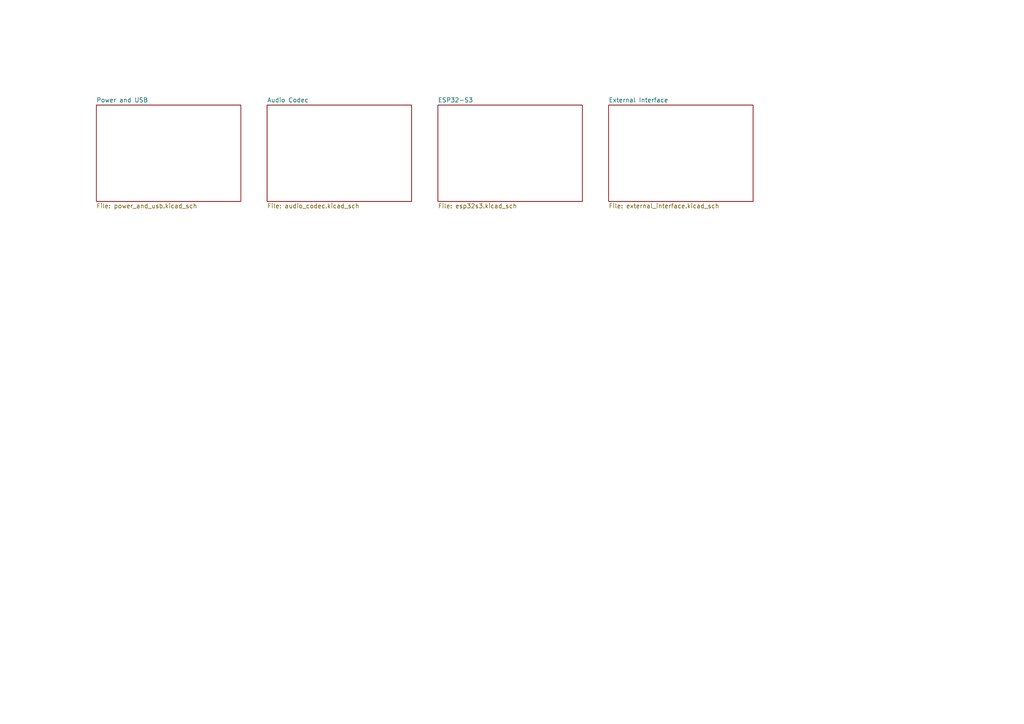
<source format=kicad_sch>
(kicad_sch (version 20211123) (generator eeschema)
  (paper "A4")
  (title_block (title "ezDV") (date "2022-10-01") (rev "v0.5") (company "FreeDV Project"))
  (lib_symbols)
  (sheet (at 77.47 30.48) (size 41.91 27.94) (stroke (width 0.1524))
    (property "Sheet name" "Audio Codec" (at 77.47 29.7684 0) (effects (justify left bottom)))
    (property "Sheet file" "audio_codec.kicad_sch" (at 77.47 59.0046 0) (effects (justify left top)))
  )
  (sheet (at 176.53 30.48) (size 41.91 27.94) (stroke (width 0.1524))
    (property "Sheet name" "External Interface" (at 176.53 29.7684 0) (effects (justify left bottom)))
    (property "Sheet file" "external_interface.kicad_sch" (at 176.53 59.0046 0) (effects (justify left top)))
  )
  (sheet (at 127 30.48) (size 41.91 27.94) (stroke (width 0.1524))
    (property "Sheet name" "ESP32-S3" (at 127 29.7684 0) (effects (justify left bottom)))
    (property "Sheet file" "esp32s3.kicad_sch" (at 127 59.0046 0) (effects (justify left top)))
  )
  (sheet (at 27.94 30.48) (size 41.91 27.94) (stroke (width 0.1524))
    (property "Sheet name" "Power and USB" (at 27.94 29.7684 0) (effects (justify left bottom)))
    (property "Sheet file" "power_and_usb.kicad_sch" (at 27.94 59.0046 0) (effects (justify left top)))
  )
)
</source>
